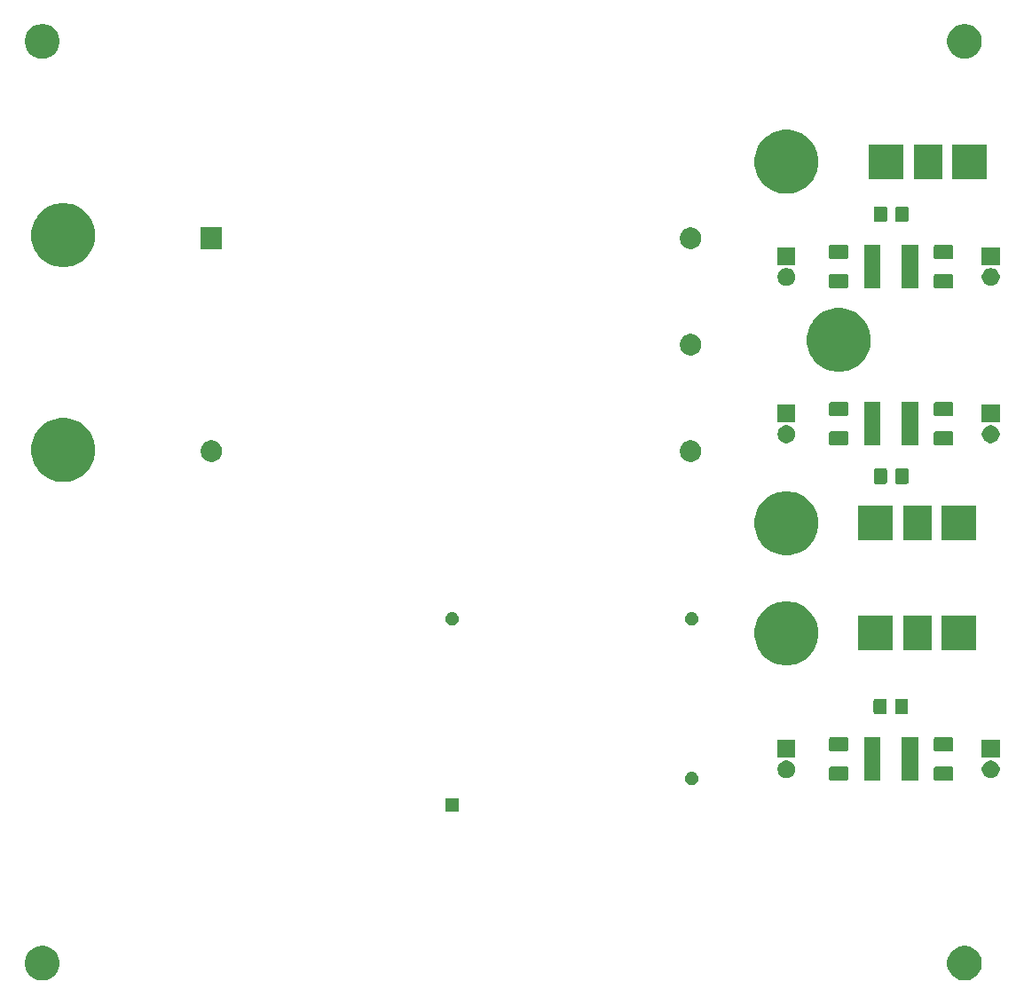
<source format=gbr>
G04 #@! TF.GenerationSoftware,KiCad,Pcbnew,(5.1.5)-3*
G04 #@! TF.CreationDate,2020-06-27T22:24:07+10:00*
G04 #@! TF.ProjectId,external_psu,65787465-726e-4616-9c5f-7073752e6b69,1.0.0*
G04 #@! TF.SameCoordinates,Original*
G04 #@! TF.FileFunction,Soldermask,Top*
G04 #@! TF.FilePolarity,Negative*
%FSLAX46Y46*%
G04 Gerber Fmt 4.6, Leading zero omitted, Abs format (unit mm)*
G04 Created by KiCad (PCBNEW (5.1.5)-3) date 2020-06-27 22:24:07*
%MOMM*%
%LPD*%
G04 APERTURE LIST*
%ADD10C,0.100000*%
G04 APERTURE END LIST*
D10*
G36*
X184375256Y-132391298D02*
G01*
X184481579Y-132412447D01*
X184782042Y-132536903D01*
X185052451Y-132717585D01*
X185282415Y-132947549D01*
X185463097Y-133217958D01*
X185587553Y-133518421D01*
X185651000Y-133837391D01*
X185651000Y-134162609D01*
X185587553Y-134481579D01*
X185463097Y-134782042D01*
X185282415Y-135052451D01*
X185052451Y-135282415D01*
X184782042Y-135463097D01*
X184481579Y-135587553D01*
X184375256Y-135608702D01*
X184162611Y-135651000D01*
X183837389Y-135651000D01*
X183624744Y-135608702D01*
X183518421Y-135587553D01*
X183217958Y-135463097D01*
X182947549Y-135282415D01*
X182717585Y-135052451D01*
X182536903Y-134782042D01*
X182412447Y-134481579D01*
X182349000Y-134162609D01*
X182349000Y-133837391D01*
X182412447Y-133518421D01*
X182536903Y-133217958D01*
X182717585Y-132947549D01*
X182947549Y-132717585D01*
X183217958Y-132536903D01*
X183518421Y-132412447D01*
X183624744Y-132391298D01*
X183837389Y-132349000D01*
X184162611Y-132349000D01*
X184375256Y-132391298D01*
G37*
G36*
X96375256Y-132391298D02*
G01*
X96481579Y-132412447D01*
X96782042Y-132536903D01*
X97052451Y-132717585D01*
X97282415Y-132947549D01*
X97463097Y-133217958D01*
X97587553Y-133518421D01*
X97651000Y-133837391D01*
X97651000Y-134162609D01*
X97587553Y-134481579D01*
X97463097Y-134782042D01*
X97282415Y-135052451D01*
X97052451Y-135282415D01*
X96782042Y-135463097D01*
X96481579Y-135587553D01*
X96375256Y-135608702D01*
X96162611Y-135651000D01*
X95837389Y-135651000D01*
X95624744Y-135608702D01*
X95518421Y-135587553D01*
X95217958Y-135463097D01*
X94947549Y-135282415D01*
X94717585Y-135052451D01*
X94536903Y-134782042D01*
X94412447Y-134481579D01*
X94349000Y-134162609D01*
X94349000Y-133837391D01*
X94412447Y-133518421D01*
X94536903Y-133217958D01*
X94717585Y-132947549D01*
X94947549Y-132717585D01*
X95217958Y-132536903D01*
X95518421Y-132412447D01*
X95624744Y-132391298D01*
X95837389Y-132349000D01*
X96162611Y-132349000D01*
X96375256Y-132391298D01*
G37*
G36*
X135761000Y-119541000D02*
G01*
X134459000Y-119541000D01*
X134459000Y-118239000D01*
X135761000Y-118239000D01*
X135761000Y-119541000D01*
G37*
G36*
X158159890Y-115724017D02*
G01*
X158218343Y-115748229D01*
X158278364Y-115773091D01*
X158384988Y-115844335D01*
X158475665Y-115935012D01*
X158546909Y-116041636D01*
X158595983Y-116160110D01*
X158621000Y-116285882D01*
X158621000Y-116414118D01*
X158595983Y-116539890D01*
X158546909Y-116658364D01*
X158475665Y-116764988D01*
X158384988Y-116855665D01*
X158278364Y-116926909D01*
X158278363Y-116926910D01*
X158278362Y-116926910D01*
X158159890Y-116975983D01*
X158034119Y-117001000D01*
X157905881Y-117001000D01*
X157780110Y-116975983D01*
X157661638Y-116926910D01*
X157661637Y-116926910D01*
X157661636Y-116926909D01*
X157555012Y-116855665D01*
X157464335Y-116764988D01*
X157393091Y-116658364D01*
X157344017Y-116539890D01*
X157319000Y-116414118D01*
X157319000Y-116285882D01*
X157344017Y-116160110D01*
X157393091Y-116041636D01*
X157464335Y-115935012D01*
X157555012Y-115844335D01*
X157661636Y-115773091D01*
X157721658Y-115748229D01*
X157780110Y-115724017D01*
X157905881Y-115699000D01*
X158034119Y-115699000D01*
X158159890Y-115724017D01*
G37*
G36*
X182768604Y-115228347D02*
G01*
X182805144Y-115239432D01*
X182838821Y-115257433D01*
X182868341Y-115281659D01*
X182892567Y-115311179D01*
X182910568Y-115344856D01*
X182921653Y-115381396D01*
X182926000Y-115425538D01*
X182926000Y-116374462D01*
X182921653Y-116418604D01*
X182910568Y-116455144D01*
X182892567Y-116488821D01*
X182868341Y-116518341D01*
X182838821Y-116542567D01*
X182805144Y-116560568D01*
X182768604Y-116571653D01*
X182724462Y-116576000D01*
X181275538Y-116576000D01*
X181231396Y-116571653D01*
X181194856Y-116560568D01*
X181161179Y-116542567D01*
X181131659Y-116518341D01*
X181107433Y-116488821D01*
X181089432Y-116455144D01*
X181078347Y-116418604D01*
X181074000Y-116374462D01*
X181074000Y-115425538D01*
X181078347Y-115381396D01*
X181089432Y-115344856D01*
X181107433Y-115311179D01*
X181131659Y-115281659D01*
X181161179Y-115257433D01*
X181194856Y-115239432D01*
X181231396Y-115228347D01*
X181275538Y-115224000D01*
X182724462Y-115224000D01*
X182768604Y-115228347D01*
G37*
G36*
X172768604Y-115228347D02*
G01*
X172805144Y-115239432D01*
X172838821Y-115257433D01*
X172868341Y-115281659D01*
X172892567Y-115311179D01*
X172910568Y-115344856D01*
X172921653Y-115381396D01*
X172926000Y-115425538D01*
X172926000Y-116374462D01*
X172921653Y-116418604D01*
X172910568Y-116455144D01*
X172892567Y-116488821D01*
X172868341Y-116518341D01*
X172838821Y-116542567D01*
X172805144Y-116560568D01*
X172768604Y-116571653D01*
X172724462Y-116576000D01*
X171275538Y-116576000D01*
X171231396Y-116571653D01*
X171194856Y-116560568D01*
X171161179Y-116542567D01*
X171131659Y-116518341D01*
X171107433Y-116488821D01*
X171089432Y-116455144D01*
X171078347Y-116418604D01*
X171074000Y-116374462D01*
X171074000Y-115425538D01*
X171078347Y-115381396D01*
X171089432Y-115344856D01*
X171107433Y-115311179D01*
X171131659Y-115281659D01*
X171161179Y-115257433D01*
X171194856Y-115239432D01*
X171231396Y-115228347D01*
X171275538Y-115224000D01*
X172724462Y-115224000D01*
X172768604Y-115228347D01*
G37*
G36*
X179603700Y-116544900D02*
G01*
X178003100Y-116544900D01*
X178003100Y-112455100D01*
X179603700Y-112455100D01*
X179603700Y-116544900D01*
G37*
G36*
X175996900Y-116544900D02*
G01*
X174396300Y-116544900D01*
X174396300Y-112455100D01*
X175996900Y-112455100D01*
X175996900Y-116544900D01*
G37*
G36*
X167248228Y-114681703D02*
G01*
X167403100Y-114745853D01*
X167542481Y-114838985D01*
X167661015Y-114957519D01*
X167754147Y-115096900D01*
X167818297Y-115251772D01*
X167851000Y-115416184D01*
X167851000Y-115583816D01*
X167818297Y-115748228D01*
X167754147Y-115903100D01*
X167661015Y-116042481D01*
X167542481Y-116161015D01*
X167403100Y-116254147D01*
X167248228Y-116318297D01*
X167083816Y-116351000D01*
X166916184Y-116351000D01*
X166751772Y-116318297D01*
X166596900Y-116254147D01*
X166457519Y-116161015D01*
X166338985Y-116042481D01*
X166245853Y-115903100D01*
X166181703Y-115748228D01*
X166149000Y-115583816D01*
X166149000Y-115416184D01*
X166181703Y-115251772D01*
X166245853Y-115096900D01*
X166338985Y-114957519D01*
X166457519Y-114838985D01*
X166596900Y-114745853D01*
X166751772Y-114681703D01*
X166916184Y-114649000D01*
X167083816Y-114649000D01*
X167248228Y-114681703D01*
G37*
G36*
X186748228Y-114681703D02*
G01*
X186903100Y-114745853D01*
X187042481Y-114838985D01*
X187161015Y-114957519D01*
X187254147Y-115096900D01*
X187318297Y-115251772D01*
X187351000Y-115416184D01*
X187351000Y-115583816D01*
X187318297Y-115748228D01*
X187254147Y-115903100D01*
X187161015Y-116042481D01*
X187042481Y-116161015D01*
X186903100Y-116254147D01*
X186748228Y-116318297D01*
X186583816Y-116351000D01*
X186416184Y-116351000D01*
X186251772Y-116318297D01*
X186096900Y-116254147D01*
X185957519Y-116161015D01*
X185838985Y-116042481D01*
X185745853Y-115903100D01*
X185681703Y-115748228D01*
X185649000Y-115583816D01*
X185649000Y-115416184D01*
X185681703Y-115251772D01*
X185745853Y-115096900D01*
X185838985Y-114957519D01*
X185957519Y-114838985D01*
X186096900Y-114745853D01*
X186251772Y-114681703D01*
X186416184Y-114649000D01*
X186583816Y-114649000D01*
X186748228Y-114681703D01*
G37*
G36*
X187351000Y-114351000D02*
G01*
X185649000Y-114351000D01*
X185649000Y-112649000D01*
X187351000Y-112649000D01*
X187351000Y-114351000D01*
G37*
G36*
X167851000Y-114351000D02*
G01*
X166149000Y-114351000D01*
X166149000Y-112649000D01*
X167851000Y-112649000D01*
X167851000Y-114351000D01*
G37*
G36*
X182768604Y-112428347D02*
G01*
X182805144Y-112439432D01*
X182838821Y-112457433D01*
X182868341Y-112481659D01*
X182892567Y-112511179D01*
X182910568Y-112544856D01*
X182921653Y-112581396D01*
X182926000Y-112625538D01*
X182926000Y-113574462D01*
X182921653Y-113618604D01*
X182910568Y-113655144D01*
X182892567Y-113688821D01*
X182868341Y-113718341D01*
X182838821Y-113742567D01*
X182805144Y-113760568D01*
X182768604Y-113771653D01*
X182724462Y-113776000D01*
X181275538Y-113776000D01*
X181231396Y-113771653D01*
X181194856Y-113760568D01*
X181161179Y-113742567D01*
X181131659Y-113718341D01*
X181107433Y-113688821D01*
X181089432Y-113655144D01*
X181078347Y-113618604D01*
X181074000Y-113574462D01*
X181074000Y-112625538D01*
X181078347Y-112581396D01*
X181089432Y-112544856D01*
X181107433Y-112511179D01*
X181131659Y-112481659D01*
X181161179Y-112457433D01*
X181194856Y-112439432D01*
X181231396Y-112428347D01*
X181275538Y-112424000D01*
X182724462Y-112424000D01*
X182768604Y-112428347D01*
G37*
G36*
X172768604Y-112428347D02*
G01*
X172805144Y-112439432D01*
X172838821Y-112457433D01*
X172868341Y-112481659D01*
X172892567Y-112511179D01*
X172910568Y-112544856D01*
X172921653Y-112581396D01*
X172926000Y-112625538D01*
X172926000Y-113574462D01*
X172921653Y-113618604D01*
X172910568Y-113655144D01*
X172892567Y-113688821D01*
X172868341Y-113718341D01*
X172838821Y-113742567D01*
X172805144Y-113760568D01*
X172768604Y-113771653D01*
X172724462Y-113776000D01*
X171275538Y-113776000D01*
X171231396Y-113771653D01*
X171194856Y-113760568D01*
X171161179Y-113742567D01*
X171131659Y-113718341D01*
X171107433Y-113688821D01*
X171089432Y-113655144D01*
X171078347Y-113618604D01*
X171074000Y-113574462D01*
X171074000Y-112625538D01*
X171078347Y-112581396D01*
X171089432Y-112544856D01*
X171107433Y-112511179D01*
X171131659Y-112481659D01*
X171161179Y-112457433D01*
X171194856Y-112439432D01*
X171231396Y-112428347D01*
X171275538Y-112424000D01*
X172724462Y-112424000D01*
X172768604Y-112428347D01*
G37*
G36*
X178463674Y-108753465D02*
G01*
X178501367Y-108764899D01*
X178536103Y-108783466D01*
X178566548Y-108808452D01*
X178591534Y-108838897D01*
X178610101Y-108873633D01*
X178621535Y-108911326D01*
X178626000Y-108956661D01*
X178626000Y-110043339D01*
X178621535Y-110088674D01*
X178610101Y-110126367D01*
X178591534Y-110161103D01*
X178566548Y-110191548D01*
X178536103Y-110216534D01*
X178501367Y-110235101D01*
X178463674Y-110246535D01*
X178418339Y-110251000D01*
X177581661Y-110251000D01*
X177536326Y-110246535D01*
X177498633Y-110235101D01*
X177463897Y-110216534D01*
X177433452Y-110191548D01*
X177408466Y-110161103D01*
X177389899Y-110126367D01*
X177378465Y-110088674D01*
X177374000Y-110043339D01*
X177374000Y-108956661D01*
X177378465Y-108911326D01*
X177389899Y-108873633D01*
X177408466Y-108838897D01*
X177433452Y-108808452D01*
X177463897Y-108783466D01*
X177498633Y-108764899D01*
X177536326Y-108753465D01*
X177581661Y-108749000D01*
X178418339Y-108749000D01*
X178463674Y-108753465D01*
G37*
G36*
X176413674Y-108753465D02*
G01*
X176451367Y-108764899D01*
X176486103Y-108783466D01*
X176516548Y-108808452D01*
X176541534Y-108838897D01*
X176560101Y-108873633D01*
X176571535Y-108911326D01*
X176576000Y-108956661D01*
X176576000Y-110043339D01*
X176571535Y-110088674D01*
X176560101Y-110126367D01*
X176541534Y-110161103D01*
X176516548Y-110191548D01*
X176486103Y-110216534D01*
X176451367Y-110235101D01*
X176413674Y-110246535D01*
X176368339Y-110251000D01*
X175531661Y-110251000D01*
X175486326Y-110246535D01*
X175448633Y-110235101D01*
X175413897Y-110216534D01*
X175383452Y-110191548D01*
X175358466Y-110161103D01*
X175339899Y-110126367D01*
X175328465Y-110088674D01*
X175324000Y-110043339D01*
X175324000Y-108956661D01*
X175328465Y-108911326D01*
X175339899Y-108873633D01*
X175358466Y-108838897D01*
X175383452Y-108808452D01*
X175413897Y-108783466D01*
X175448633Y-108764899D01*
X175486326Y-108753465D01*
X175531661Y-108749000D01*
X176368339Y-108749000D01*
X176413674Y-108753465D01*
G37*
G36*
X167595170Y-99507879D02*
G01*
X167889868Y-99566498D01*
X168445067Y-99796469D01*
X168730867Y-99987435D01*
X168944733Y-100130335D01*
X169369665Y-100555267D01*
X169463039Y-100695012D01*
X169703531Y-101054933D01*
X169933502Y-101610132D01*
X170050740Y-102199528D01*
X170050740Y-102800472D01*
X169933502Y-103389868D01*
X169703531Y-103945067D01*
X169572612Y-104141000D01*
X169369665Y-104444733D01*
X168944733Y-104869665D01*
X168730867Y-105012565D01*
X168445067Y-105203531D01*
X167889868Y-105433502D01*
X167595170Y-105492121D01*
X167300473Y-105550740D01*
X166699527Y-105550740D01*
X166404830Y-105492121D01*
X166110132Y-105433502D01*
X165554933Y-105203531D01*
X165269133Y-105012565D01*
X165055267Y-104869665D01*
X164630335Y-104444733D01*
X164427388Y-104141000D01*
X164296469Y-103945067D01*
X164066498Y-103389868D01*
X163949260Y-102800472D01*
X163949260Y-102199528D01*
X164066498Y-101610132D01*
X164296469Y-101054933D01*
X164536961Y-100695012D01*
X164630335Y-100555267D01*
X165055267Y-100130335D01*
X165269133Y-99987435D01*
X165554933Y-99796469D01*
X166110132Y-99566498D01*
X166404830Y-99507879D01*
X166699527Y-99449260D01*
X167300473Y-99449260D01*
X167595170Y-99507879D01*
G37*
G36*
X180846000Y-104141000D02*
G01*
X178154000Y-104141000D01*
X178154000Y-100859000D01*
X180846000Y-100859000D01*
X180846000Y-104141000D01*
G37*
G36*
X185116000Y-104141000D02*
G01*
X181834000Y-104141000D01*
X181834000Y-100859000D01*
X185116000Y-100859000D01*
X185116000Y-104141000D01*
G37*
G36*
X177166000Y-104141000D02*
G01*
X173884000Y-104141000D01*
X173884000Y-100859000D01*
X177166000Y-100859000D01*
X177166000Y-104141000D01*
G37*
G36*
X158159890Y-100484017D02*
G01*
X158278364Y-100533091D01*
X158384988Y-100604335D01*
X158475665Y-100695012D01*
X158546909Y-100801636D01*
X158595983Y-100920110D01*
X158621000Y-101045882D01*
X158621000Y-101174118D01*
X158595983Y-101299890D01*
X158546909Y-101418364D01*
X158475665Y-101524988D01*
X158384988Y-101615665D01*
X158278364Y-101686909D01*
X158278363Y-101686910D01*
X158278362Y-101686910D01*
X158159890Y-101735983D01*
X158034119Y-101761000D01*
X157905881Y-101761000D01*
X157780110Y-101735983D01*
X157661638Y-101686910D01*
X157661637Y-101686910D01*
X157661636Y-101686909D01*
X157555012Y-101615665D01*
X157464335Y-101524988D01*
X157393091Y-101418364D01*
X157344017Y-101299890D01*
X157319000Y-101174118D01*
X157319000Y-101045882D01*
X157344017Y-100920110D01*
X157393091Y-100801636D01*
X157464335Y-100695012D01*
X157555012Y-100604335D01*
X157661636Y-100533091D01*
X157780110Y-100484017D01*
X157905881Y-100459000D01*
X158034119Y-100459000D01*
X158159890Y-100484017D01*
G37*
G36*
X135299890Y-100484017D02*
G01*
X135418364Y-100533091D01*
X135524988Y-100604335D01*
X135615665Y-100695012D01*
X135686909Y-100801636D01*
X135735983Y-100920110D01*
X135761000Y-101045882D01*
X135761000Y-101174118D01*
X135735983Y-101299890D01*
X135686909Y-101418364D01*
X135615665Y-101524988D01*
X135524988Y-101615665D01*
X135418364Y-101686909D01*
X135418363Y-101686910D01*
X135418362Y-101686910D01*
X135299890Y-101735983D01*
X135174119Y-101761000D01*
X135045881Y-101761000D01*
X134920110Y-101735983D01*
X134801638Y-101686910D01*
X134801637Y-101686910D01*
X134801636Y-101686909D01*
X134695012Y-101615665D01*
X134604335Y-101524988D01*
X134533091Y-101418364D01*
X134484017Y-101299890D01*
X134459000Y-101174118D01*
X134459000Y-101045882D01*
X134484017Y-100920110D01*
X134533091Y-100801636D01*
X134604335Y-100695012D01*
X134695012Y-100604335D01*
X134801636Y-100533091D01*
X134920110Y-100484017D01*
X135045881Y-100459000D01*
X135174119Y-100459000D01*
X135299890Y-100484017D01*
G37*
G36*
X167595170Y-89007879D02*
G01*
X167889868Y-89066498D01*
X168445067Y-89296469D01*
X168730867Y-89487435D01*
X168944733Y-89630335D01*
X169369665Y-90055267D01*
X169512565Y-90269133D01*
X169703531Y-90554933D01*
X169933502Y-91110132D01*
X170050740Y-91699528D01*
X170050740Y-92300472D01*
X169933502Y-92889868D01*
X169703531Y-93445067D01*
X169572612Y-93641000D01*
X169369665Y-93944733D01*
X168944733Y-94369665D01*
X168730867Y-94512565D01*
X168445067Y-94703531D01*
X167889868Y-94933502D01*
X167595170Y-94992121D01*
X167300473Y-95050740D01*
X166699527Y-95050740D01*
X166404830Y-94992121D01*
X166110132Y-94933502D01*
X165554933Y-94703531D01*
X165269133Y-94512565D01*
X165055267Y-94369665D01*
X164630335Y-93944733D01*
X164427388Y-93641000D01*
X164296469Y-93445067D01*
X164066498Y-92889868D01*
X163949260Y-92300472D01*
X163949260Y-91699528D01*
X164066498Y-91110132D01*
X164296469Y-90554933D01*
X164487435Y-90269133D01*
X164630335Y-90055267D01*
X165055267Y-89630335D01*
X165269133Y-89487435D01*
X165554933Y-89296469D01*
X166110132Y-89066498D01*
X166404830Y-89007879D01*
X166699527Y-88949260D01*
X167300473Y-88949260D01*
X167595170Y-89007879D01*
G37*
G36*
X185116000Y-93641000D02*
G01*
X181834000Y-93641000D01*
X181834000Y-90359000D01*
X185116000Y-90359000D01*
X185116000Y-93641000D01*
G37*
G36*
X177166000Y-93641000D02*
G01*
X173884000Y-93641000D01*
X173884000Y-90359000D01*
X177166000Y-90359000D01*
X177166000Y-93641000D01*
G37*
G36*
X180846000Y-93641000D02*
G01*
X178154000Y-93641000D01*
X178154000Y-90359000D01*
X180846000Y-90359000D01*
X180846000Y-93641000D01*
G37*
G36*
X176438674Y-86753465D02*
G01*
X176476367Y-86764899D01*
X176511103Y-86783466D01*
X176541548Y-86808452D01*
X176566534Y-86838897D01*
X176585101Y-86873633D01*
X176596535Y-86911326D01*
X176601000Y-86956661D01*
X176601000Y-88043339D01*
X176596535Y-88088674D01*
X176585101Y-88126367D01*
X176566534Y-88161103D01*
X176541548Y-88191548D01*
X176511103Y-88216534D01*
X176476367Y-88235101D01*
X176438674Y-88246535D01*
X176393339Y-88251000D01*
X175556661Y-88251000D01*
X175511326Y-88246535D01*
X175473633Y-88235101D01*
X175438897Y-88216534D01*
X175408452Y-88191548D01*
X175383466Y-88161103D01*
X175364899Y-88126367D01*
X175353465Y-88088674D01*
X175349000Y-88043339D01*
X175349000Y-86956661D01*
X175353465Y-86911326D01*
X175364899Y-86873633D01*
X175383466Y-86838897D01*
X175408452Y-86808452D01*
X175438897Y-86783466D01*
X175473633Y-86764899D01*
X175511326Y-86753465D01*
X175556661Y-86749000D01*
X176393339Y-86749000D01*
X176438674Y-86753465D01*
G37*
G36*
X178488674Y-86753465D02*
G01*
X178526367Y-86764899D01*
X178561103Y-86783466D01*
X178591548Y-86808452D01*
X178616534Y-86838897D01*
X178635101Y-86873633D01*
X178646535Y-86911326D01*
X178651000Y-86956661D01*
X178651000Y-88043339D01*
X178646535Y-88088674D01*
X178635101Y-88126367D01*
X178616534Y-88161103D01*
X178591548Y-88191548D01*
X178561103Y-88216534D01*
X178526367Y-88235101D01*
X178488674Y-88246535D01*
X178443339Y-88251000D01*
X177606661Y-88251000D01*
X177561326Y-88246535D01*
X177523633Y-88235101D01*
X177488897Y-88216534D01*
X177458452Y-88191548D01*
X177433466Y-88161103D01*
X177414899Y-88126367D01*
X177403465Y-88088674D01*
X177399000Y-88043339D01*
X177399000Y-86956661D01*
X177403465Y-86911326D01*
X177414899Y-86873633D01*
X177433466Y-86838897D01*
X177458452Y-86808452D01*
X177488897Y-86783466D01*
X177523633Y-86764899D01*
X177561326Y-86753465D01*
X177606661Y-86749000D01*
X178443339Y-86749000D01*
X178488674Y-86753465D01*
G37*
G36*
X98595170Y-82007879D02*
G01*
X98889868Y-82066498D01*
X99445067Y-82296469D01*
X99730867Y-82487435D01*
X99944733Y-82630335D01*
X100369665Y-83055267D01*
X100496161Y-83244583D01*
X100703531Y-83554933D01*
X100933502Y-84110132D01*
X100975855Y-84323054D01*
X101037708Y-84634009D01*
X101050740Y-84699528D01*
X101050740Y-85300472D01*
X100933502Y-85889868D01*
X100703531Y-86445067D01*
X100512565Y-86730867D01*
X100369665Y-86944733D01*
X99944733Y-87369665D01*
X99730867Y-87512565D01*
X99445067Y-87703531D01*
X98889868Y-87933502D01*
X98595170Y-87992121D01*
X98300473Y-88050740D01*
X97699527Y-88050740D01*
X97404830Y-87992121D01*
X97110132Y-87933502D01*
X96554933Y-87703531D01*
X96269133Y-87512565D01*
X96055267Y-87369665D01*
X95630335Y-86944733D01*
X95487435Y-86730867D01*
X95296469Y-86445067D01*
X95066498Y-85889868D01*
X94949260Y-85300472D01*
X94949260Y-84699528D01*
X94962293Y-84634009D01*
X95024145Y-84323054D01*
X95066498Y-84110132D01*
X95296469Y-83554933D01*
X95503839Y-83244583D01*
X95630335Y-83055267D01*
X96055267Y-82630335D01*
X96269133Y-82487435D01*
X96554933Y-82296469D01*
X97110132Y-82066498D01*
X97404830Y-82007879D01*
X97699527Y-81949260D01*
X98300473Y-81949260D01*
X98595170Y-82007879D01*
G37*
G36*
X158159272Y-84133428D02*
G01*
X158345991Y-84210770D01*
X158345993Y-84210771D01*
X158514037Y-84323054D01*
X158656946Y-84465963D01*
X158730470Y-84576000D01*
X158769230Y-84634009D01*
X158846572Y-84820728D01*
X158886000Y-85018947D01*
X158886000Y-85221053D01*
X158846572Y-85419272D01*
X158769230Y-85605991D01*
X158769229Y-85605993D01*
X158656946Y-85774037D01*
X158514037Y-85916946D01*
X158345993Y-86029229D01*
X158345992Y-86029230D01*
X158345991Y-86029230D01*
X158159272Y-86106572D01*
X157961053Y-86146000D01*
X157758947Y-86146000D01*
X157560728Y-86106572D01*
X157374009Y-86029230D01*
X157374008Y-86029230D01*
X157374007Y-86029229D01*
X157205963Y-85916946D01*
X157063054Y-85774037D01*
X156950771Y-85605993D01*
X156950770Y-85605991D01*
X156873428Y-85419272D01*
X156834000Y-85221053D01*
X156834000Y-85018947D01*
X156873428Y-84820728D01*
X156950770Y-84634009D01*
X156989530Y-84576000D01*
X157063054Y-84465963D01*
X157205963Y-84323054D01*
X157374007Y-84210771D01*
X157374009Y-84210770D01*
X157560728Y-84133428D01*
X157758947Y-84094000D01*
X157961053Y-84094000D01*
X158159272Y-84133428D01*
G37*
G36*
X112439272Y-84133428D02*
G01*
X112625991Y-84210770D01*
X112625993Y-84210771D01*
X112794037Y-84323054D01*
X112936946Y-84465963D01*
X113010470Y-84576000D01*
X113049230Y-84634009D01*
X113126572Y-84820728D01*
X113166000Y-85018947D01*
X113166000Y-85221053D01*
X113126572Y-85419272D01*
X113049230Y-85605991D01*
X113049229Y-85605993D01*
X112936946Y-85774037D01*
X112794037Y-85916946D01*
X112625993Y-86029229D01*
X112625992Y-86029230D01*
X112625991Y-86029230D01*
X112439272Y-86106572D01*
X112241053Y-86146000D01*
X112038947Y-86146000D01*
X111840728Y-86106572D01*
X111654009Y-86029230D01*
X111654008Y-86029230D01*
X111654007Y-86029229D01*
X111485963Y-85916946D01*
X111343054Y-85774037D01*
X111230771Y-85605993D01*
X111230770Y-85605991D01*
X111153428Y-85419272D01*
X111114000Y-85221053D01*
X111114000Y-85018947D01*
X111153428Y-84820728D01*
X111230770Y-84634009D01*
X111269530Y-84576000D01*
X111343054Y-84465963D01*
X111485963Y-84323054D01*
X111654007Y-84210771D01*
X111654009Y-84210770D01*
X111840728Y-84133428D01*
X112038947Y-84094000D01*
X112241053Y-84094000D01*
X112439272Y-84133428D01*
G37*
G36*
X182768604Y-83228347D02*
G01*
X182805144Y-83239432D01*
X182838821Y-83257433D01*
X182868341Y-83281659D01*
X182892567Y-83311179D01*
X182910568Y-83344856D01*
X182921653Y-83381396D01*
X182926000Y-83425538D01*
X182926000Y-84374462D01*
X182921653Y-84418604D01*
X182910568Y-84455144D01*
X182892567Y-84488821D01*
X182868341Y-84518341D01*
X182838821Y-84542567D01*
X182805144Y-84560568D01*
X182768604Y-84571653D01*
X182724462Y-84576000D01*
X181275538Y-84576000D01*
X181231396Y-84571653D01*
X181194856Y-84560568D01*
X181161179Y-84542567D01*
X181131659Y-84518341D01*
X181107433Y-84488821D01*
X181089432Y-84455144D01*
X181078347Y-84418604D01*
X181074000Y-84374462D01*
X181074000Y-83425538D01*
X181078347Y-83381396D01*
X181089432Y-83344856D01*
X181107433Y-83311179D01*
X181131659Y-83281659D01*
X181161179Y-83257433D01*
X181194856Y-83239432D01*
X181231396Y-83228347D01*
X181275538Y-83224000D01*
X182724462Y-83224000D01*
X182768604Y-83228347D01*
G37*
G36*
X172768604Y-83228347D02*
G01*
X172805144Y-83239432D01*
X172838821Y-83257433D01*
X172868341Y-83281659D01*
X172892567Y-83311179D01*
X172910568Y-83344856D01*
X172921653Y-83381396D01*
X172926000Y-83425538D01*
X172926000Y-84374462D01*
X172921653Y-84418604D01*
X172910568Y-84455144D01*
X172892567Y-84488821D01*
X172868341Y-84518341D01*
X172838821Y-84542567D01*
X172805144Y-84560568D01*
X172768604Y-84571653D01*
X172724462Y-84576000D01*
X171275538Y-84576000D01*
X171231396Y-84571653D01*
X171194856Y-84560568D01*
X171161179Y-84542567D01*
X171131659Y-84518341D01*
X171107433Y-84488821D01*
X171089432Y-84455144D01*
X171078347Y-84418604D01*
X171074000Y-84374462D01*
X171074000Y-83425538D01*
X171078347Y-83381396D01*
X171089432Y-83344856D01*
X171107433Y-83311179D01*
X171131659Y-83281659D01*
X171161179Y-83257433D01*
X171194856Y-83239432D01*
X171231396Y-83228347D01*
X171275538Y-83224000D01*
X172724462Y-83224000D01*
X172768604Y-83228347D01*
G37*
G36*
X175996900Y-84544900D02*
G01*
X174396300Y-84544900D01*
X174396300Y-80455100D01*
X175996900Y-80455100D01*
X175996900Y-84544900D01*
G37*
G36*
X179603700Y-84544900D02*
G01*
X178003100Y-84544900D01*
X178003100Y-80455100D01*
X179603700Y-80455100D01*
X179603700Y-84544900D01*
G37*
G36*
X186748228Y-82681703D02*
G01*
X186903100Y-82745853D01*
X187042481Y-82838985D01*
X187161015Y-82957519D01*
X187254147Y-83096900D01*
X187318297Y-83251772D01*
X187351000Y-83416184D01*
X187351000Y-83583816D01*
X187318297Y-83748228D01*
X187254147Y-83903100D01*
X187161015Y-84042481D01*
X187042481Y-84161015D01*
X186903100Y-84254147D01*
X186748228Y-84318297D01*
X186583816Y-84351000D01*
X186416184Y-84351000D01*
X186251772Y-84318297D01*
X186096900Y-84254147D01*
X185957519Y-84161015D01*
X185838985Y-84042481D01*
X185745853Y-83903100D01*
X185681703Y-83748228D01*
X185649000Y-83583816D01*
X185649000Y-83416184D01*
X185681703Y-83251772D01*
X185745853Y-83096900D01*
X185838985Y-82957519D01*
X185957519Y-82838985D01*
X186096900Y-82745853D01*
X186251772Y-82681703D01*
X186416184Y-82649000D01*
X186583816Y-82649000D01*
X186748228Y-82681703D01*
G37*
G36*
X167248228Y-82681703D02*
G01*
X167403100Y-82745853D01*
X167542481Y-82838985D01*
X167661015Y-82957519D01*
X167754147Y-83096900D01*
X167818297Y-83251772D01*
X167851000Y-83416184D01*
X167851000Y-83583816D01*
X167818297Y-83748228D01*
X167754147Y-83903100D01*
X167661015Y-84042481D01*
X167542481Y-84161015D01*
X167403100Y-84254147D01*
X167248228Y-84318297D01*
X167083816Y-84351000D01*
X166916184Y-84351000D01*
X166751772Y-84318297D01*
X166596900Y-84254147D01*
X166457519Y-84161015D01*
X166338985Y-84042481D01*
X166245853Y-83903100D01*
X166181703Y-83748228D01*
X166149000Y-83583816D01*
X166149000Y-83416184D01*
X166181703Y-83251772D01*
X166245853Y-83096900D01*
X166338985Y-82957519D01*
X166457519Y-82838985D01*
X166596900Y-82745853D01*
X166751772Y-82681703D01*
X166916184Y-82649000D01*
X167083816Y-82649000D01*
X167248228Y-82681703D01*
G37*
G36*
X187351000Y-82351000D02*
G01*
X185649000Y-82351000D01*
X185649000Y-80649000D01*
X187351000Y-80649000D01*
X187351000Y-82351000D01*
G37*
G36*
X167851000Y-82351000D02*
G01*
X166149000Y-82351000D01*
X166149000Y-80649000D01*
X167851000Y-80649000D01*
X167851000Y-82351000D01*
G37*
G36*
X172768604Y-80428347D02*
G01*
X172805144Y-80439432D01*
X172838821Y-80457433D01*
X172868341Y-80481659D01*
X172892567Y-80511179D01*
X172910568Y-80544856D01*
X172921653Y-80581396D01*
X172926000Y-80625538D01*
X172926000Y-81574462D01*
X172921653Y-81618604D01*
X172910568Y-81655144D01*
X172892567Y-81688821D01*
X172868341Y-81718341D01*
X172838821Y-81742567D01*
X172805144Y-81760568D01*
X172768604Y-81771653D01*
X172724462Y-81776000D01*
X171275538Y-81776000D01*
X171231396Y-81771653D01*
X171194856Y-81760568D01*
X171161179Y-81742567D01*
X171131659Y-81718341D01*
X171107433Y-81688821D01*
X171089432Y-81655144D01*
X171078347Y-81618604D01*
X171074000Y-81574462D01*
X171074000Y-80625538D01*
X171078347Y-80581396D01*
X171089432Y-80544856D01*
X171107433Y-80511179D01*
X171131659Y-80481659D01*
X171161179Y-80457433D01*
X171194856Y-80439432D01*
X171231396Y-80428347D01*
X171275538Y-80424000D01*
X172724462Y-80424000D01*
X172768604Y-80428347D01*
G37*
G36*
X182768604Y-80428347D02*
G01*
X182805144Y-80439432D01*
X182838821Y-80457433D01*
X182868341Y-80481659D01*
X182892567Y-80511179D01*
X182910568Y-80544856D01*
X182921653Y-80581396D01*
X182926000Y-80625538D01*
X182926000Y-81574462D01*
X182921653Y-81618604D01*
X182910568Y-81655144D01*
X182892567Y-81688821D01*
X182868341Y-81718341D01*
X182838821Y-81742567D01*
X182805144Y-81760568D01*
X182768604Y-81771653D01*
X182724462Y-81776000D01*
X181275538Y-81776000D01*
X181231396Y-81771653D01*
X181194856Y-81760568D01*
X181161179Y-81742567D01*
X181131659Y-81718341D01*
X181107433Y-81688821D01*
X181089432Y-81655144D01*
X181078347Y-81618604D01*
X181074000Y-81574462D01*
X181074000Y-80625538D01*
X181078347Y-80581396D01*
X181089432Y-80544856D01*
X181107433Y-80511179D01*
X181131659Y-80481659D01*
X181161179Y-80457433D01*
X181194856Y-80439432D01*
X181231396Y-80428347D01*
X181275538Y-80424000D01*
X182724462Y-80424000D01*
X182768604Y-80428347D01*
G37*
G36*
X172595170Y-71507879D02*
G01*
X172889868Y-71566498D01*
X173445067Y-71796469D01*
X173730867Y-71987435D01*
X173944733Y-72130335D01*
X174369665Y-72555267D01*
X174512565Y-72769133D01*
X174703531Y-73054933D01*
X174933502Y-73610132D01*
X174933502Y-73610133D01*
X175050740Y-74199527D01*
X175050740Y-74800473D01*
X174998907Y-75061053D01*
X174933502Y-75389868D01*
X174703531Y-75945067D01*
X174512565Y-76230867D01*
X174369665Y-76444733D01*
X173944733Y-76869665D01*
X173730867Y-77012565D01*
X173445067Y-77203531D01*
X172889868Y-77433502D01*
X172595170Y-77492121D01*
X172300473Y-77550740D01*
X171699527Y-77550740D01*
X171404830Y-77492121D01*
X171110132Y-77433502D01*
X170554933Y-77203531D01*
X170269133Y-77012565D01*
X170055267Y-76869665D01*
X169630335Y-76444733D01*
X169487435Y-76230867D01*
X169296469Y-75945067D01*
X169066498Y-75389868D01*
X169001093Y-75061053D01*
X168949260Y-74800473D01*
X168949260Y-74199527D01*
X169066498Y-73610133D01*
X169066498Y-73610132D01*
X169296469Y-73054933D01*
X169487435Y-72769133D01*
X169630335Y-72555267D01*
X170055267Y-72130335D01*
X170269133Y-71987435D01*
X170554933Y-71796469D01*
X171110132Y-71566498D01*
X171404830Y-71507879D01*
X171699527Y-71449260D01*
X172300473Y-71449260D01*
X172595170Y-71507879D01*
G37*
G36*
X158159272Y-73973428D02*
G01*
X158345991Y-74050770D01*
X158345993Y-74050771D01*
X158514037Y-74163054D01*
X158656946Y-74305963D01*
X158769229Y-74474007D01*
X158769230Y-74474009D01*
X158846572Y-74660728D01*
X158886000Y-74858947D01*
X158886000Y-75061053D01*
X158846572Y-75259272D01*
X158792477Y-75389867D01*
X158769229Y-75445993D01*
X158656946Y-75614037D01*
X158514037Y-75756946D01*
X158345993Y-75869229D01*
X158345992Y-75869230D01*
X158345991Y-75869230D01*
X158159272Y-75946572D01*
X157961053Y-75986000D01*
X157758947Y-75986000D01*
X157560728Y-75946572D01*
X157374009Y-75869230D01*
X157374008Y-75869230D01*
X157374007Y-75869229D01*
X157205963Y-75756946D01*
X157063054Y-75614037D01*
X156950771Y-75445993D01*
X156927523Y-75389867D01*
X156873428Y-75259272D01*
X156834000Y-75061053D01*
X156834000Y-74858947D01*
X156873428Y-74660728D01*
X156950770Y-74474009D01*
X156950771Y-74474007D01*
X157063054Y-74305963D01*
X157205963Y-74163054D01*
X157374007Y-74050771D01*
X157374009Y-74050770D01*
X157560728Y-73973428D01*
X157758947Y-73934000D01*
X157961053Y-73934000D01*
X158159272Y-73973428D01*
G37*
G36*
X182768604Y-68228347D02*
G01*
X182805144Y-68239432D01*
X182838821Y-68257433D01*
X182868341Y-68281659D01*
X182892567Y-68311179D01*
X182910568Y-68344856D01*
X182921653Y-68381396D01*
X182926000Y-68425538D01*
X182926000Y-69374462D01*
X182921653Y-69418604D01*
X182910568Y-69455144D01*
X182892567Y-69488821D01*
X182868341Y-69518341D01*
X182838821Y-69542567D01*
X182805144Y-69560568D01*
X182768604Y-69571653D01*
X182724462Y-69576000D01*
X181275538Y-69576000D01*
X181231396Y-69571653D01*
X181194856Y-69560568D01*
X181161179Y-69542567D01*
X181131659Y-69518341D01*
X181107433Y-69488821D01*
X181089432Y-69455144D01*
X181078347Y-69418604D01*
X181074000Y-69374462D01*
X181074000Y-68425538D01*
X181078347Y-68381396D01*
X181089432Y-68344856D01*
X181107433Y-68311179D01*
X181131659Y-68281659D01*
X181161179Y-68257433D01*
X181194856Y-68239432D01*
X181231396Y-68228347D01*
X181275538Y-68224000D01*
X182724462Y-68224000D01*
X182768604Y-68228347D01*
G37*
G36*
X172768604Y-68228347D02*
G01*
X172805144Y-68239432D01*
X172838821Y-68257433D01*
X172868341Y-68281659D01*
X172892567Y-68311179D01*
X172910568Y-68344856D01*
X172921653Y-68381396D01*
X172926000Y-68425538D01*
X172926000Y-69374462D01*
X172921653Y-69418604D01*
X172910568Y-69455144D01*
X172892567Y-69488821D01*
X172868341Y-69518341D01*
X172838821Y-69542567D01*
X172805144Y-69560568D01*
X172768604Y-69571653D01*
X172724462Y-69576000D01*
X171275538Y-69576000D01*
X171231396Y-69571653D01*
X171194856Y-69560568D01*
X171161179Y-69542567D01*
X171131659Y-69518341D01*
X171107433Y-69488821D01*
X171089432Y-69455144D01*
X171078347Y-69418604D01*
X171074000Y-69374462D01*
X171074000Y-68425538D01*
X171078347Y-68381396D01*
X171089432Y-68344856D01*
X171107433Y-68311179D01*
X171131659Y-68281659D01*
X171161179Y-68257433D01*
X171194856Y-68239432D01*
X171231396Y-68228347D01*
X171275538Y-68224000D01*
X172724462Y-68224000D01*
X172768604Y-68228347D01*
G37*
G36*
X179603700Y-69544900D02*
G01*
X178003100Y-69544900D01*
X178003100Y-65455100D01*
X179603700Y-65455100D01*
X179603700Y-69544900D01*
G37*
G36*
X175996900Y-69544900D02*
G01*
X174396300Y-69544900D01*
X174396300Y-65455100D01*
X175996900Y-65455100D01*
X175996900Y-69544900D01*
G37*
G36*
X186748228Y-67681703D02*
G01*
X186903100Y-67745853D01*
X187042481Y-67838985D01*
X187161015Y-67957519D01*
X187254147Y-68096900D01*
X187318297Y-68251772D01*
X187351000Y-68416184D01*
X187351000Y-68583816D01*
X187318297Y-68748228D01*
X187254147Y-68903100D01*
X187161015Y-69042481D01*
X187042481Y-69161015D01*
X186903100Y-69254147D01*
X186748228Y-69318297D01*
X186583816Y-69351000D01*
X186416184Y-69351000D01*
X186251772Y-69318297D01*
X186096900Y-69254147D01*
X185957519Y-69161015D01*
X185838985Y-69042481D01*
X185745853Y-68903100D01*
X185681703Y-68748228D01*
X185649000Y-68583816D01*
X185649000Y-68416184D01*
X185681703Y-68251772D01*
X185745853Y-68096900D01*
X185838985Y-67957519D01*
X185957519Y-67838985D01*
X186096900Y-67745853D01*
X186251772Y-67681703D01*
X186416184Y-67649000D01*
X186583816Y-67649000D01*
X186748228Y-67681703D01*
G37*
G36*
X167248228Y-67681703D02*
G01*
X167403100Y-67745853D01*
X167542481Y-67838985D01*
X167661015Y-67957519D01*
X167754147Y-68096900D01*
X167818297Y-68251772D01*
X167851000Y-68416184D01*
X167851000Y-68583816D01*
X167818297Y-68748228D01*
X167754147Y-68903100D01*
X167661015Y-69042481D01*
X167542481Y-69161015D01*
X167403100Y-69254147D01*
X167248228Y-69318297D01*
X167083816Y-69351000D01*
X166916184Y-69351000D01*
X166751772Y-69318297D01*
X166596900Y-69254147D01*
X166457519Y-69161015D01*
X166338985Y-69042481D01*
X166245853Y-68903100D01*
X166181703Y-68748228D01*
X166149000Y-68583816D01*
X166149000Y-68416184D01*
X166181703Y-68251772D01*
X166245853Y-68096900D01*
X166338985Y-67957519D01*
X166457519Y-67838985D01*
X166596900Y-67745853D01*
X166751772Y-67681703D01*
X166916184Y-67649000D01*
X167083816Y-67649000D01*
X167248228Y-67681703D01*
G37*
G36*
X98595170Y-61507879D02*
G01*
X98889868Y-61566498D01*
X99445067Y-61796469D01*
X99701893Y-61968075D01*
X99944733Y-62130335D01*
X100369665Y-62555267D01*
X100512565Y-62769133D01*
X100703531Y-63054933D01*
X100933502Y-63610132D01*
X100933502Y-63610133D01*
X101050740Y-64199527D01*
X101050740Y-64800473D01*
X101030733Y-64901053D01*
X100933502Y-65389868D01*
X100703531Y-65945067D01*
X100512565Y-66230867D01*
X100369665Y-66444733D01*
X99944733Y-66869665D01*
X99730867Y-67012565D01*
X99445067Y-67203531D01*
X98889868Y-67433502D01*
X98595170Y-67492121D01*
X98300473Y-67550740D01*
X97699527Y-67550740D01*
X97404830Y-67492121D01*
X97110132Y-67433502D01*
X96554933Y-67203531D01*
X96269133Y-67012565D01*
X96055267Y-66869665D01*
X95630335Y-66444733D01*
X95487435Y-66230867D01*
X95296469Y-65945067D01*
X95066498Y-65389868D01*
X94969267Y-64901053D01*
X94949260Y-64800473D01*
X94949260Y-64199527D01*
X95066498Y-63610133D01*
X95066498Y-63610132D01*
X95296469Y-63054933D01*
X95487435Y-62769133D01*
X95630335Y-62555267D01*
X96055267Y-62130335D01*
X96298107Y-61968075D01*
X96554933Y-61796469D01*
X97110132Y-61566498D01*
X97404830Y-61507879D01*
X97699527Y-61449260D01*
X98300473Y-61449260D01*
X98595170Y-61507879D01*
G37*
G36*
X187351000Y-67351000D02*
G01*
X185649000Y-67351000D01*
X185649000Y-65649000D01*
X187351000Y-65649000D01*
X187351000Y-67351000D01*
G37*
G36*
X167851000Y-67351000D02*
G01*
X166149000Y-67351000D01*
X166149000Y-65649000D01*
X167851000Y-65649000D01*
X167851000Y-67351000D01*
G37*
G36*
X182768604Y-65428347D02*
G01*
X182805144Y-65439432D01*
X182838821Y-65457433D01*
X182868341Y-65481659D01*
X182892567Y-65511179D01*
X182910568Y-65544856D01*
X182921653Y-65581396D01*
X182926000Y-65625538D01*
X182926000Y-66574462D01*
X182921653Y-66618604D01*
X182910568Y-66655144D01*
X182892567Y-66688821D01*
X182868341Y-66718341D01*
X182838821Y-66742567D01*
X182805144Y-66760568D01*
X182768604Y-66771653D01*
X182724462Y-66776000D01*
X181275538Y-66776000D01*
X181231396Y-66771653D01*
X181194856Y-66760568D01*
X181161179Y-66742567D01*
X181131659Y-66718341D01*
X181107433Y-66688821D01*
X181089432Y-66655144D01*
X181078347Y-66618604D01*
X181074000Y-66574462D01*
X181074000Y-65625538D01*
X181078347Y-65581396D01*
X181089432Y-65544856D01*
X181107433Y-65511179D01*
X181131659Y-65481659D01*
X181161179Y-65457433D01*
X181194856Y-65439432D01*
X181231396Y-65428347D01*
X181275538Y-65424000D01*
X182724462Y-65424000D01*
X182768604Y-65428347D01*
G37*
G36*
X172768604Y-65428347D02*
G01*
X172805144Y-65439432D01*
X172838821Y-65457433D01*
X172868341Y-65481659D01*
X172892567Y-65511179D01*
X172910568Y-65544856D01*
X172921653Y-65581396D01*
X172926000Y-65625538D01*
X172926000Y-66574462D01*
X172921653Y-66618604D01*
X172910568Y-66655144D01*
X172892567Y-66688821D01*
X172868341Y-66718341D01*
X172838821Y-66742567D01*
X172805144Y-66760568D01*
X172768604Y-66771653D01*
X172724462Y-66776000D01*
X171275538Y-66776000D01*
X171231396Y-66771653D01*
X171194856Y-66760568D01*
X171161179Y-66742567D01*
X171131659Y-66718341D01*
X171107433Y-66688821D01*
X171089432Y-66655144D01*
X171078347Y-66618604D01*
X171074000Y-66574462D01*
X171074000Y-65625538D01*
X171078347Y-65581396D01*
X171089432Y-65544856D01*
X171107433Y-65511179D01*
X171131659Y-65481659D01*
X171161179Y-65457433D01*
X171194856Y-65439432D01*
X171231396Y-65428347D01*
X171275538Y-65424000D01*
X172724462Y-65424000D01*
X172768604Y-65428347D01*
G37*
G36*
X113166000Y-65826000D02*
G01*
X111114000Y-65826000D01*
X111114000Y-63774000D01*
X113166000Y-63774000D01*
X113166000Y-65826000D01*
G37*
G36*
X158159272Y-63813428D02*
G01*
X158345991Y-63890770D01*
X158345993Y-63890771D01*
X158514037Y-64003054D01*
X158656946Y-64145963D01*
X158769229Y-64314007D01*
X158769230Y-64314009D01*
X158846572Y-64500728D01*
X158886000Y-64698947D01*
X158886000Y-64901053D01*
X158846572Y-65099272D01*
X158769230Y-65285991D01*
X158769229Y-65285993D01*
X158656946Y-65454037D01*
X158514037Y-65596946D01*
X158345993Y-65709229D01*
X158345992Y-65709230D01*
X158345991Y-65709230D01*
X158159272Y-65786572D01*
X157961053Y-65826000D01*
X157758947Y-65826000D01*
X157560728Y-65786572D01*
X157374009Y-65709230D01*
X157374008Y-65709230D01*
X157374007Y-65709229D01*
X157205963Y-65596946D01*
X157063054Y-65454037D01*
X156950771Y-65285993D01*
X156950770Y-65285991D01*
X156873428Y-65099272D01*
X156834000Y-64901053D01*
X156834000Y-64698947D01*
X156873428Y-64500728D01*
X156950770Y-64314009D01*
X156950771Y-64314007D01*
X157063054Y-64145963D01*
X157205963Y-64003054D01*
X157374007Y-63890771D01*
X157374009Y-63890770D01*
X157560728Y-63813428D01*
X157758947Y-63774000D01*
X157961053Y-63774000D01*
X158159272Y-63813428D01*
G37*
G36*
X176438674Y-61753465D02*
G01*
X176476367Y-61764899D01*
X176511103Y-61783466D01*
X176541548Y-61808452D01*
X176566534Y-61838897D01*
X176585101Y-61873633D01*
X176596535Y-61911326D01*
X176601000Y-61956661D01*
X176601000Y-63043339D01*
X176596535Y-63088674D01*
X176585101Y-63126367D01*
X176566534Y-63161103D01*
X176541548Y-63191548D01*
X176511103Y-63216534D01*
X176476367Y-63235101D01*
X176438674Y-63246535D01*
X176393339Y-63251000D01*
X175556661Y-63251000D01*
X175511326Y-63246535D01*
X175473633Y-63235101D01*
X175438897Y-63216534D01*
X175408452Y-63191548D01*
X175383466Y-63161103D01*
X175364899Y-63126367D01*
X175353465Y-63088674D01*
X175349000Y-63043339D01*
X175349000Y-61956661D01*
X175353465Y-61911326D01*
X175364899Y-61873633D01*
X175383466Y-61838897D01*
X175408452Y-61808452D01*
X175438897Y-61783466D01*
X175473633Y-61764899D01*
X175511326Y-61753465D01*
X175556661Y-61749000D01*
X176393339Y-61749000D01*
X176438674Y-61753465D01*
G37*
G36*
X178488674Y-61753465D02*
G01*
X178526367Y-61764899D01*
X178561103Y-61783466D01*
X178591548Y-61808452D01*
X178616534Y-61838897D01*
X178635101Y-61873633D01*
X178646535Y-61911326D01*
X178651000Y-61956661D01*
X178651000Y-63043339D01*
X178646535Y-63088674D01*
X178635101Y-63126367D01*
X178616534Y-63161103D01*
X178591548Y-63191548D01*
X178561103Y-63216534D01*
X178526367Y-63235101D01*
X178488674Y-63246535D01*
X178443339Y-63251000D01*
X177606661Y-63251000D01*
X177561326Y-63246535D01*
X177523633Y-63235101D01*
X177488897Y-63216534D01*
X177458452Y-63191548D01*
X177433466Y-63161103D01*
X177414899Y-63126367D01*
X177403465Y-63088674D01*
X177399000Y-63043339D01*
X177399000Y-61956661D01*
X177403465Y-61911326D01*
X177414899Y-61873633D01*
X177433466Y-61838897D01*
X177458452Y-61808452D01*
X177488897Y-61783466D01*
X177523633Y-61764899D01*
X177561326Y-61753465D01*
X177606661Y-61749000D01*
X178443339Y-61749000D01*
X178488674Y-61753465D01*
G37*
G36*
X167595170Y-54507879D02*
G01*
X167889868Y-54566498D01*
X168445067Y-54796469D01*
X168730867Y-54987435D01*
X168944733Y-55130335D01*
X169369665Y-55555267D01*
X169512565Y-55769133D01*
X169703531Y-56054933D01*
X169933502Y-56610132D01*
X170050740Y-57199528D01*
X170050740Y-57800472D01*
X169933502Y-58389868D01*
X169703531Y-58945067D01*
X169572612Y-59141000D01*
X169369665Y-59444733D01*
X168944733Y-59869665D01*
X168730867Y-60012565D01*
X168445067Y-60203531D01*
X167889868Y-60433502D01*
X167595170Y-60492121D01*
X167300473Y-60550740D01*
X166699527Y-60550740D01*
X166404830Y-60492121D01*
X166110132Y-60433502D01*
X165554933Y-60203531D01*
X165269133Y-60012565D01*
X165055267Y-59869665D01*
X164630335Y-59444733D01*
X164427388Y-59141000D01*
X164296469Y-58945067D01*
X164066498Y-58389868D01*
X163949260Y-57800472D01*
X163949260Y-57199528D01*
X164066498Y-56610132D01*
X164296469Y-56054933D01*
X164487435Y-55769133D01*
X164630335Y-55555267D01*
X165055267Y-55130335D01*
X165269133Y-54987435D01*
X165554933Y-54796469D01*
X166110132Y-54566498D01*
X166404830Y-54507879D01*
X166699527Y-54449260D01*
X167300473Y-54449260D01*
X167595170Y-54507879D01*
G37*
G36*
X186116000Y-59141000D02*
G01*
X182834000Y-59141000D01*
X182834000Y-55859000D01*
X186116000Y-55859000D01*
X186116000Y-59141000D01*
G37*
G36*
X181846000Y-59141000D02*
G01*
X179154000Y-59141000D01*
X179154000Y-55859000D01*
X181846000Y-55859000D01*
X181846000Y-59141000D01*
G37*
G36*
X178166000Y-59141000D02*
G01*
X174884000Y-59141000D01*
X174884000Y-55859000D01*
X178166000Y-55859000D01*
X178166000Y-59141000D01*
G37*
G36*
X96375256Y-44391298D02*
G01*
X96481579Y-44412447D01*
X96782042Y-44536903D01*
X97052451Y-44717585D01*
X97282415Y-44947549D01*
X97463097Y-45217958D01*
X97587553Y-45518421D01*
X97651000Y-45837391D01*
X97651000Y-46162609D01*
X97587553Y-46481579D01*
X97463097Y-46782042D01*
X97282415Y-47052451D01*
X97052451Y-47282415D01*
X96782042Y-47463097D01*
X96481579Y-47587553D01*
X96375256Y-47608702D01*
X96162611Y-47651000D01*
X95837389Y-47651000D01*
X95624744Y-47608702D01*
X95518421Y-47587553D01*
X95217958Y-47463097D01*
X94947549Y-47282415D01*
X94717585Y-47052451D01*
X94536903Y-46782042D01*
X94412447Y-46481579D01*
X94349000Y-46162609D01*
X94349000Y-45837391D01*
X94412447Y-45518421D01*
X94536903Y-45217958D01*
X94717585Y-44947549D01*
X94947549Y-44717585D01*
X95217958Y-44536903D01*
X95518421Y-44412447D01*
X95624744Y-44391298D01*
X95837389Y-44349000D01*
X96162611Y-44349000D01*
X96375256Y-44391298D01*
G37*
G36*
X184375256Y-44391298D02*
G01*
X184481579Y-44412447D01*
X184782042Y-44536903D01*
X185052451Y-44717585D01*
X185282415Y-44947549D01*
X185463097Y-45217958D01*
X185587553Y-45518421D01*
X185651000Y-45837391D01*
X185651000Y-46162609D01*
X185587553Y-46481579D01*
X185463097Y-46782042D01*
X185282415Y-47052451D01*
X185052451Y-47282415D01*
X184782042Y-47463097D01*
X184481579Y-47587553D01*
X184375256Y-47608702D01*
X184162611Y-47651000D01*
X183837389Y-47651000D01*
X183624744Y-47608702D01*
X183518421Y-47587553D01*
X183217958Y-47463097D01*
X182947549Y-47282415D01*
X182717585Y-47052451D01*
X182536903Y-46782042D01*
X182412447Y-46481579D01*
X182349000Y-46162609D01*
X182349000Y-45837391D01*
X182412447Y-45518421D01*
X182536903Y-45217958D01*
X182717585Y-44947549D01*
X182947549Y-44717585D01*
X183217958Y-44536903D01*
X183518421Y-44412447D01*
X183624744Y-44391298D01*
X183837389Y-44349000D01*
X184162611Y-44349000D01*
X184375256Y-44391298D01*
G37*
M02*

</source>
